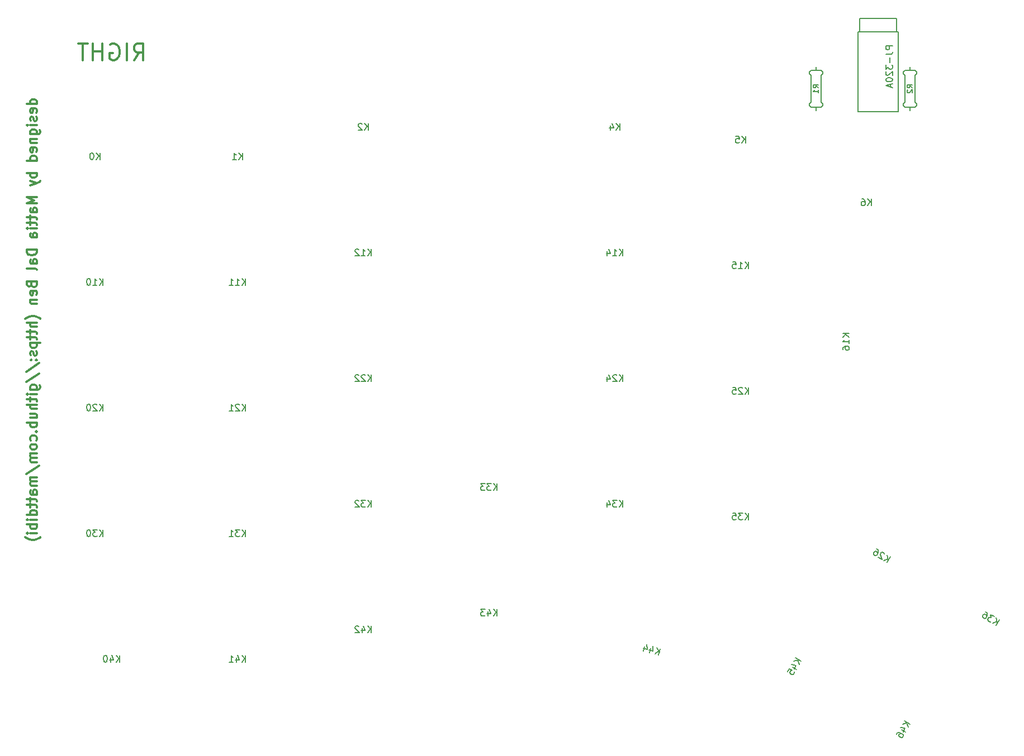
<source format=gbo>
G04 #@! TF.GenerationSoftware,KiCad,Pcbnew,(5.1.5)-3*
G04 #@! TF.CreationDate,2020-02-25T19:23:58+01:00*
G04 #@! TF.ProjectId,redox_rev1,7265646f-785f-4726-9576-312e6b696361,1.0*
G04 #@! TF.SameCoordinates,Original*
G04 #@! TF.FileFunction,Legend,Bot*
G04 #@! TF.FilePolarity,Positive*
%FSLAX46Y46*%
G04 Gerber Fmt 4.6, Leading zero omitted, Abs format (unit mm)*
G04 Created by KiCad (PCBNEW (5.1.5)-3) date 2020-02-25 19:23:58*
%MOMM*%
%LPD*%
G04 APERTURE LIST*
%ADD10C,0.300000*%
%ADD11C,0.150000*%
G04 APERTURE END LIST*
D10*
X82593571Y-61773714D02*
X81093571Y-61773714D01*
X82522142Y-61773714D02*
X82593571Y-61630857D01*
X82593571Y-61345142D01*
X82522142Y-61202285D01*
X82450714Y-61130857D01*
X82307857Y-61059428D01*
X81879285Y-61059428D01*
X81736428Y-61130857D01*
X81665000Y-61202285D01*
X81593571Y-61345142D01*
X81593571Y-61630857D01*
X81665000Y-61773714D01*
X82522142Y-63059428D02*
X82593571Y-62916571D01*
X82593571Y-62630857D01*
X82522142Y-62488000D01*
X82379285Y-62416571D01*
X81807857Y-62416571D01*
X81665000Y-62488000D01*
X81593571Y-62630857D01*
X81593571Y-62916571D01*
X81665000Y-63059428D01*
X81807857Y-63130857D01*
X81950714Y-63130857D01*
X82093571Y-62416571D01*
X82522142Y-63702285D02*
X82593571Y-63845142D01*
X82593571Y-64130857D01*
X82522142Y-64273714D01*
X82379285Y-64345142D01*
X82307857Y-64345142D01*
X82165000Y-64273714D01*
X82093571Y-64130857D01*
X82093571Y-63916571D01*
X82022142Y-63773714D01*
X81879285Y-63702285D01*
X81807857Y-63702285D01*
X81665000Y-63773714D01*
X81593571Y-63916571D01*
X81593571Y-64130857D01*
X81665000Y-64273714D01*
X82593571Y-64988000D02*
X81593571Y-64988000D01*
X81093571Y-64988000D02*
X81165000Y-64916571D01*
X81236428Y-64988000D01*
X81165000Y-65059428D01*
X81093571Y-64988000D01*
X81236428Y-64988000D01*
X81593571Y-66345142D02*
X82807857Y-66345142D01*
X82950714Y-66273714D01*
X83022142Y-66202285D01*
X83093571Y-66059428D01*
X83093571Y-65845142D01*
X83022142Y-65702285D01*
X82522142Y-66345142D02*
X82593571Y-66202285D01*
X82593571Y-65916571D01*
X82522142Y-65773714D01*
X82450714Y-65702285D01*
X82307857Y-65630857D01*
X81879285Y-65630857D01*
X81736428Y-65702285D01*
X81665000Y-65773714D01*
X81593571Y-65916571D01*
X81593571Y-66202285D01*
X81665000Y-66345142D01*
X81593571Y-67059428D02*
X82593571Y-67059428D01*
X81736428Y-67059428D02*
X81665000Y-67130857D01*
X81593571Y-67273714D01*
X81593571Y-67488000D01*
X81665000Y-67630857D01*
X81807857Y-67702285D01*
X82593571Y-67702285D01*
X82522142Y-68988000D02*
X82593571Y-68845142D01*
X82593571Y-68559428D01*
X82522142Y-68416571D01*
X82379285Y-68345142D01*
X81807857Y-68345142D01*
X81665000Y-68416571D01*
X81593571Y-68559428D01*
X81593571Y-68845142D01*
X81665000Y-68988000D01*
X81807857Y-69059428D01*
X81950714Y-69059428D01*
X82093571Y-68345142D01*
X82593571Y-70345142D02*
X81093571Y-70345142D01*
X82522142Y-70345142D02*
X82593571Y-70202285D01*
X82593571Y-69916571D01*
X82522142Y-69773714D01*
X82450714Y-69702285D01*
X82307857Y-69630857D01*
X81879285Y-69630857D01*
X81736428Y-69702285D01*
X81665000Y-69773714D01*
X81593571Y-69916571D01*
X81593571Y-70202285D01*
X81665000Y-70345142D01*
X82593571Y-72202285D02*
X81093571Y-72202285D01*
X81665000Y-72202285D02*
X81593571Y-72345142D01*
X81593571Y-72630857D01*
X81665000Y-72773714D01*
X81736428Y-72845142D01*
X81879285Y-72916571D01*
X82307857Y-72916571D01*
X82450714Y-72845142D01*
X82522142Y-72773714D01*
X82593571Y-72630857D01*
X82593571Y-72345142D01*
X82522142Y-72202285D01*
X81593571Y-73416571D02*
X82593571Y-73773714D01*
X81593571Y-74130857D02*
X82593571Y-73773714D01*
X82950714Y-73630857D01*
X83022142Y-73559428D01*
X83093571Y-73416571D01*
X82593571Y-75845142D02*
X81093571Y-75845142D01*
X82165000Y-76345142D01*
X81093571Y-76845142D01*
X82593571Y-76845142D01*
X82593571Y-78202285D02*
X81807857Y-78202285D01*
X81665000Y-78130857D01*
X81593571Y-77988000D01*
X81593571Y-77702285D01*
X81665000Y-77559428D01*
X82522142Y-78202285D02*
X82593571Y-78059428D01*
X82593571Y-77702285D01*
X82522142Y-77559428D01*
X82379285Y-77488000D01*
X82236428Y-77488000D01*
X82093571Y-77559428D01*
X82022142Y-77702285D01*
X82022142Y-78059428D01*
X81950714Y-78202285D01*
X81593571Y-78702285D02*
X81593571Y-79273714D01*
X81093571Y-78916571D02*
X82379285Y-78916571D01*
X82522142Y-78988000D01*
X82593571Y-79130857D01*
X82593571Y-79273714D01*
X81593571Y-79559428D02*
X81593571Y-80130857D01*
X81093571Y-79773714D02*
X82379285Y-79773714D01*
X82522142Y-79845142D01*
X82593571Y-79988000D01*
X82593571Y-80130857D01*
X82593571Y-80630857D02*
X81593571Y-80630857D01*
X81093571Y-80630857D02*
X81165000Y-80559428D01*
X81236428Y-80630857D01*
X81165000Y-80702285D01*
X81093571Y-80630857D01*
X81236428Y-80630857D01*
X82593571Y-81988000D02*
X81807857Y-81988000D01*
X81665000Y-81916571D01*
X81593571Y-81773714D01*
X81593571Y-81488000D01*
X81665000Y-81345142D01*
X82522142Y-81988000D02*
X82593571Y-81845142D01*
X82593571Y-81488000D01*
X82522142Y-81345142D01*
X82379285Y-81273714D01*
X82236428Y-81273714D01*
X82093571Y-81345142D01*
X82022142Y-81488000D01*
X82022142Y-81845142D01*
X81950714Y-81988000D01*
X82593571Y-83845142D02*
X81093571Y-83845142D01*
X81093571Y-84202285D01*
X81165000Y-84416571D01*
X81307857Y-84559428D01*
X81450714Y-84630857D01*
X81736428Y-84702285D01*
X81950714Y-84702285D01*
X82236428Y-84630857D01*
X82379285Y-84559428D01*
X82522142Y-84416571D01*
X82593571Y-84202285D01*
X82593571Y-83845142D01*
X82593571Y-85988000D02*
X81807857Y-85988000D01*
X81665000Y-85916571D01*
X81593571Y-85773714D01*
X81593571Y-85488000D01*
X81665000Y-85345142D01*
X82522142Y-85988000D02*
X82593571Y-85845142D01*
X82593571Y-85488000D01*
X82522142Y-85345142D01*
X82379285Y-85273714D01*
X82236428Y-85273714D01*
X82093571Y-85345142D01*
X82022142Y-85488000D01*
X82022142Y-85845142D01*
X81950714Y-85988000D01*
X82593571Y-86916571D02*
X82522142Y-86773714D01*
X82379285Y-86702285D01*
X81093571Y-86702285D01*
X81807857Y-89130857D02*
X81879285Y-89345142D01*
X81950714Y-89416571D01*
X82093571Y-89488000D01*
X82307857Y-89488000D01*
X82450714Y-89416571D01*
X82522142Y-89345142D01*
X82593571Y-89202285D01*
X82593571Y-88630857D01*
X81093571Y-88630857D01*
X81093571Y-89130857D01*
X81165000Y-89273714D01*
X81236428Y-89345142D01*
X81379285Y-89416571D01*
X81522142Y-89416571D01*
X81665000Y-89345142D01*
X81736428Y-89273714D01*
X81807857Y-89130857D01*
X81807857Y-88630857D01*
X82522142Y-90702285D02*
X82593571Y-90559428D01*
X82593571Y-90273714D01*
X82522142Y-90130857D01*
X82379285Y-90059428D01*
X81807857Y-90059428D01*
X81665000Y-90130857D01*
X81593571Y-90273714D01*
X81593571Y-90559428D01*
X81665000Y-90702285D01*
X81807857Y-90773714D01*
X81950714Y-90773714D01*
X82093571Y-90059428D01*
X81593571Y-91416571D02*
X82593571Y-91416571D01*
X81736428Y-91416571D02*
X81665000Y-91488000D01*
X81593571Y-91630857D01*
X81593571Y-91845142D01*
X81665000Y-91988000D01*
X81807857Y-92059428D01*
X82593571Y-92059428D01*
X83165000Y-94345142D02*
X83093571Y-94273714D01*
X82879285Y-94130857D01*
X82736428Y-94059428D01*
X82522142Y-93988000D01*
X82165000Y-93916571D01*
X81879285Y-93916571D01*
X81522142Y-93988000D01*
X81307857Y-94059428D01*
X81165000Y-94130857D01*
X80950714Y-94273714D01*
X80879285Y-94345142D01*
X82593571Y-94916571D02*
X81093571Y-94916571D01*
X82593571Y-95559428D02*
X81807857Y-95559428D01*
X81665000Y-95488000D01*
X81593571Y-95345142D01*
X81593571Y-95130857D01*
X81665000Y-94988000D01*
X81736428Y-94916571D01*
X81593571Y-96059428D02*
X81593571Y-96630857D01*
X81093571Y-96273714D02*
X82379285Y-96273714D01*
X82522142Y-96345142D01*
X82593571Y-96488000D01*
X82593571Y-96630857D01*
X81593571Y-96916571D02*
X81593571Y-97488000D01*
X81093571Y-97130857D02*
X82379285Y-97130857D01*
X82522142Y-97202285D01*
X82593571Y-97345142D01*
X82593571Y-97488000D01*
X81593571Y-97988000D02*
X83093571Y-97988000D01*
X81665000Y-97988000D02*
X81593571Y-98130857D01*
X81593571Y-98416571D01*
X81665000Y-98559428D01*
X81736428Y-98630857D01*
X81879285Y-98702285D01*
X82307857Y-98702285D01*
X82450714Y-98630857D01*
X82522142Y-98559428D01*
X82593571Y-98416571D01*
X82593571Y-98130857D01*
X82522142Y-97988000D01*
X82522142Y-99273714D02*
X82593571Y-99416571D01*
X82593571Y-99702285D01*
X82522142Y-99845142D01*
X82379285Y-99916571D01*
X82307857Y-99916571D01*
X82165000Y-99845142D01*
X82093571Y-99702285D01*
X82093571Y-99488000D01*
X82022142Y-99345142D01*
X81879285Y-99273714D01*
X81807857Y-99273714D01*
X81665000Y-99345142D01*
X81593571Y-99488000D01*
X81593571Y-99702285D01*
X81665000Y-99845142D01*
X82450714Y-100559428D02*
X82522142Y-100630857D01*
X82593571Y-100559428D01*
X82522142Y-100488000D01*
X82450714Y-100559428D01*
X82593571Y-100559428D01*
X81665000Y-100559428D02*
X81736428Y-100630857D01*
X81807857Y-100559428D01*
X81736428Y-100488000D01*
X81665000Y-100559428D01*
X81807857Y-100559428D01*
X81022142Y-102345142D02*
X82950714Y-101059428D01*
X81022142Y-103916571D02*
X82950714Y-102630857D01*
X81593571Y-105059428D02*
X82807857Y-105059428D01*
X82950714Y-104988000D01*
X83022142Y-104916571D01*
X83093571Y-104773714D01*
X83093571Y-104559428D01*
X83022142Y-104416571D01*
X82522142Y-105059428D02*
X82593571Y-104916571D01*
X82593571Y-104630857D01*
X82522142Y-104488000D01*
X82450714Y-104416571D01*
X82307857Y-104345142D01*
X81879285Y-104345142D01*
X81736428Y-104416571D01*
X81665000Y-104488000D01*
X81593571Y-104630857D01*
X81593571Y-104916571D01*
X81665000Y-105059428D01*
X82593571Y-105773714D02*
X81593571Y-105773714D01*
X81093571Y-105773714D02*
X81165000Y-105702285D01*
X81236428Y-105773714D01*
X81165000Y-105845142D01*
X81093571Y-105773714D01*
X81236428Y-105773714D01*
X81593571Y-106273714D02*
X81593571Y-106845142D01*
X81093571Y-106488000D02*
X82379285Y-106488000D01*
X82522142Y-106559428D01*
X82593571Y-106702285D01*
X82593571Y-106845142D01*
X82593571Y-107345142D02*
X81093571Y-107345142D01*
X82593571Y-107988000D02*
X81807857Y-107988000D01*
X81665000Y-107916571D01*
X81593571Y-107773714D01*
X81593571Y-107559428D01*
X81665000Y-107416571D01*
X81736428Y-107345142D01*
X81593571Y-109345142D02*
X82593571Y-109345142D01*
X81593571Y-108702285D02*
X82379285Y-108702285D01*
X82522142Y-108773714D01*
X82593571Y-108916571D01*
X82593571Y-109130857D01*
X82522142Y-109273714D01*
X82450714Y-109345142D01*
X82593571Y-110059428D02*
X81093571Y-110059428D01*
X81665000Y-110059428D02*
X81593571Y-110202285D01*
X81593571Y-110488000D01*
X81665000Y-110630857D01*
X81736428Y-110702285D01*
X81879285Y-110773714D01*
X82307857Y-110773714D01*
X82450714Y-110702285D01*
X82522142Y-110630857D01*
X82593571Y-110488000D01*
X82593571Y-110202285D01*
X82522142Y-110059428D01*
X82450714Y-111416571D02*
X82522142Y-111488000D01*
X82593571Y-111416571D01*
X82522142Y-111345142D01*
X82450714Y-111416571D01*
X82593571Y-111416571D01*
X82522142Y-112773714D02*
X82593571Y-112630857D01*
X82593571Y-112345142D01*
X82522142Y-112202285D01*
X82450714Y-112130857D01*
X82307857Y-112059428D01*
X81879285Y-112059428D01*
X81736428Y-112130857D01*
X81665000Y-112202285D01*
X81593571Y-112345142D01*
X81593571Y-112630857D01*
X81665000Y-112773714D01*
X82593571Y-113630857D02*
X82522142Y-113488000D01*
X82450714Y-113416571D01*
X82307857Y-113345142D01*
X81879285Y-113345142D01*
X81736428Y-113416571D01*
X81665000Y-113488000D01*
X81593571Y-113630857D01*
X81593571Y-113845142D01*
X81665000Y-113988000D01*
X81736428Y-114059428D01*
X81879285Y-114130857D01*
X82307857Y-114130857D01*
X82450714Y-114059428D01*
X82522142Y-113988000D01*
X82593571Y-113845142D01*
X82593571Y-113630857D01*
X82593571Y-114773714D02*
X81593571Y-114773714D01*
X81736428Y-114773714D02*
X81665000Y-114845142D01*
X81593571Y-114988000D01*
X81593571Y-115202285D01*
X81665000Y-115345142D01*
X81807857Y-115416571D01*
X82593571Y-115416571D01*
X81807857Y-115416571D02*
X81665000Y-115488000D01*
X81593571Y-115630857D01*
X81593571Y-115845142D01*
X81665000Y-115988000D01*
X81807857Y-116059428D01*
X82593571Y-116059428D01*
X81022142Y-117845142D02*
X82950714Y-116559428D01*
X82593571Y-118345142D02*
X81593571Y-118345142D01*
X81736428Y-118345142D02*
X81665000Y-118416571D01*
X81593571Y-118559428D01*
X81593571Y-118773714D01*
X81665000Y-118916571D01*
X81807857Y-118988000D01*
X82593571Y-118988000D01*
X81807857Y-118988000D02*
X81665000Y-119059428D01*
X81593571Y-119202285D01*
X81593571Y-119416571D01*
X81665000Y-119559428D01*
X81807857Y-119630857D01*
X82593571Y-119630857D01*
X82593571Y-120988000D02*
X81807857Y-120988000D01*
X81665000Y-120916571D01*
X81593571Y-120773714D01*
X81593571Y-120488000D01*
X81665000Y-120345142D01*
X82522142Y-120988000D02*
X82593571Y-120845142D01*
X82593571Y-120488000D01*
X82522142Y-120345142D01*
X82379285Y-120273714D01*
X82236428Y-120273714D01*
X82093571Y-120345142D01*
X82022142Y-120488000D01*
X82022142Y-120845142D01*
X81950714Y-120988000D01*
X81593571Y-121488000D02*
X81593571Y-122059428D01*
X81093571Y-121702285D02*
X82379285Y-121702285D01*
X82522142Y-121773714D01*
X82593571Y-121916571D01*
X82593571Y-122059428D01*
X81593571Y-122345142D02*
X81593571Y-122916571D01*
X81093571Y-122559428D02*
X82379285Y-122559428D01*
X82522142Y-122630857D01*
X82593571Y-122773714D01*
X82593571Y-122916571D01*
X82593571Y-124059428D02*
X81093571Y-124059428D01*
X82522142Y-124059428D02*
X82593571Y-123916571D01*
X82593571Y-123630857D01*
X82522142Y-123488000D01*
X82450714Y-123416571D01*
X82307857Y-123345142D01*
X81879285Y-123345142D01*
X81736428Y-123416571D01*
X81665000Y-123488000D01*
X81593571Y-123630857D01*
X81593571Y-123916571D01*
X81665000Y-124059428D01*
X82593571Y-124773714D02*
X81593571Y-124773714D01*
X81093571Y-124773714D02*
X81165000Y-124702285D01*
X81236428Y-124773714D01*
X81165000Y-124845142D01*
X81093571Y-124773714D01*
X81236428Y-124773714D01*
X82593571Y-125488000D02*
X81093571Y-125488000D01*
X81665000Y-125488000D02*
X81593571Y-125630857D01*
X81593571Y-125916571D01*
X81665000Y-126059428D01*
X81736428Y-126130857D01*
X81879285Y-126202285D01*
X82307857Y-126202285D01*
X82450714Y-126130857D01*
X82522142Y-126059428D01*
X82593571Y-125916571D01*
X82593571Y-125630857D01*
X82522142Y-125488000D01*
X82593571Y-126845142D02*
X81593571Y-126845142D01*
X81093571Y-126845142D02*
X81165000Y-126773714D01*
X81236428Y-126845142D01*
X81165000Y-126916571D01*
X81093571Y-126845142D01*
X81236428Y-126845142D01*
X83165000Y-127416571D02*
X83093571Y-127488000D01*
X82879285Y-127630857D01*
X82736428Y-127702285D01*
X82522142Y-127773714D01*
X82165000Y-127845142D01*
X81879285Y-127845142D01*
X81522142Y-127773714D01*
X81307857Y-127702285D01*
X81165000Y-127630857D01*
X80950714Y-127488000D01*
X80879285Y-127416571D01*
X97313333Y-55105952D02*
X98146666Y-53915476D01*
X98741904Y-55105952D02*
X98741904Y-52605952D01*
X97789523Y-52605952D01*
X97551428Y-52725000D01*
X97432380Y-52844047D01*
X97313333Y-53082142D01*
X97313333Y-53439285D01*
X97432380Y-53677380D01*
X97551428Y-53796428D01*
X97789523Y-53915476D01*
X98741904Y-53915476D01*
X96241904Y-55105952D02*
X96241904Y-52605952D01*
X93741904Y-52725000D02*
X93980000Y-52605952D01*
X94337142Y-52605952D01*
X94694285Y-52725000D01*
X94932380Y-52963095D01*
X95051428Y-53201190D01*
X95170476Y-53677380D01*
X95170476Y-54034523D01*
X95051428Y-54510714D01*
X94932380Y-54748809D01*
X94694285Y-54986904D01*
X94337142Y-55105952D01*
X94099047Y-55105952D01*
X93741904Y-54986904D01*
X93622857Y-54867857D01*
X93622857Y-54034523D01*
X94099047Y-54034523D01*
X92551428Y-55105952D02*
X92551428Y-52605952D01*
X92551428Y-53796428D02*
X91122857Y-53796428D01*
X91122857Y-55105952D02*
X91122857Y-52605952D01*
X90289523Y-52605952D02*
X88860952Y-52605952D01*
X89575238Y-55105952D02*
X89575238Y-52605952D01*
D11*
X200660000Y-56642000D02*
X200660000Y-56134000D01*
X201422000Y-62230000D02*
X200660000Y-62230000D01*
X201676000Y-61976000D02*
X201422000Y-62230000D01*
X201676000Y-61722000D02*
X201676000Y-61976000D01*
X201422000Y-61468000D02*
X201676000Y-61722000D01*
X201422000Y-57404000D02*
X201422000Y-61468000D01*
X201676000Y-57150000D02*
X201422000Y-57404000D01*
X201676000Y-56896000D02*
X201676000Y-57150000D01*
X201422000Y-56642000D02*
X201676000Y-56896000D01*
X199898000Y-56642000D02*
X201422000Y-56642000D01*
X199644000Y-56896000D02*
X199898000Y-56642000D01*
X199644000Y-57150000D02*
X199644000Y-56896000D01*
X199898000Y-57404000D02*
X199644000Y-57150000D01*
X199898000Y-61468000D02*
X199898000Y-57404000D01*
X199644000Y-61722000D02*
X199898000Y-61468000D01*
X199644000Y-61976000D02*
X199644000Y-61722000D01*
X199898000Y-62230000D02*
X199644000Y-61976000D01*
X200660000Y-62230000D02*
X199898000Y-62230000D01*
X200660000Y-62738000D02*
X200660000Y-62230000D01*
X214884000Y-56642000D02*
X214884000Y-56134000D01*
X215646000Y-62230000D02*
X214884000Y-62230000D01*
X215900000Y-61976000D02*
X215646000Y-62230000D01*
X215900000Y-61722000D02*
X215900000Y-61976000D01*
X215646000Y-61468000D02*
X215900000Y-61722000D01*
X215646000Y-57404000D02*
X215646000Y-61468000D01*
X215900000Y-57150000D02*
X215646000Y-57404000D01*
X215900000Y-56896000D02*
X215900000Y-57150000D01*
X215646000Y-56642000D02*
X215900000Y-56896000D01*
X214122000Y-56642000D02*
X215646000Y-56642000D01*
X213868000Y-56896000D02*
X214122000Y-56642000D01*
X213868000Y-57150000D02*
X213868000Y-56896000D01*
X214122000Y-57404000D02*
X213868000Y-57150000D01*
X214122000Y-61468000D02*
X214122000Y-57404000D01*
X213868000Y-61722000D02*
X214122000Y-61468000D01*
X213868000Y-61976000D02*
X213868000Y-61722000D01*
X214122000Y-62230000D02*
X213868000Y-61976000D01*
X214884000Y-62230000D02*
X214122000Y-62230000D01*
X214884000Y-62738000D02*
X214884000Y-62230000D01*
X212872000Y-50800000D02*
X212872000Y-48800000D01*
X207272000Y-48800000D02*
X212872000Y-48800000D01*
X207272000Y-50800000D02*
X207272000Y-48800000D01*
X207022000Y-62900000D02*
X213122000Y-62900000D01*
X213122000Y-50800000D02*
X213122000Y-62900000D01*
X207022000Y-50800000D02*
X213122000Y-50800000D01*
X207022000Y-50800000D02*
X207022000Y-62900000D01*
X92654285Y-89225380D02*
X92654285Y-88225380D01*
X92082857Y-89225380D02*
X92511428Y-88653952D01*
X92082857Y-88225380D02*
X92654285Y-88796809D01*
X91130476Y-89225380D02*
X91701904Y-89225380D01*
X91416190Y-89225380D02*
X91416190Y-88225380D01*
X91511428Y-88368238D01*
X91606666Y-88463476D01*
X91701904Y-88511095D01*
X90511428Y-88225380D02*
X90416190Y-88225380D01*
X90320952Y-88273000D01*
X90273333Y-88320619D01*
X90225714Y-88415857D01*
X90178095Y-88606333D01*
X90178095Y-88844428D01*
X90225714Y-89034904D01*
X90273333Y-89130142D01*
X90320952Y-89177761D01*
X90416190Y-89225380D01*
X90511428Y-89225380D01*
X90606666Y-89177761D01*
X90654285Y-89130142D01*
X90701904Y-89034904D01*
X90749523Y-88844428D01*
X90749523Y-88606333D01*
X90701904Y-88415857D01*
X90654285Y-88320619D01*
X90606666Y-88273000D01*
X90511428Y-88225380D01*
X114244285Y-127325380D02*
X114244285Y-126325380D01*
X113672857Y-127325380D02*
X114101428Y-126753952D01*
X113672857Y-126325380D02*
X114244285Y-126896809D01*
X113339523Y-126325380D02*
X112720476Y-126325380D01*
X113053809Y-126706333D01*
X112910952Y-126706333D01*
X112815714Y-126753952D01*
X112768095Y-126801571D01*
X112720476Y-126896809D01*
X112720476Y-127134904D01*
X112768095Y-127230142D01*
X112815714Y-127277761D01*
X112910952Y-127325380D01*
X113196666Y-127325380D01*
X113291904Y-127277761D01*
X113339523Y-127230142D01*
X111768095Y-127325380D02*
X112339523Y-127325380D01*
X112053809Y-127325380D02*
X112053809Y-126325380D01*
X112149047Y-126468238D01*
X112244285Y-126563476D01*
X112339523Y-126611095D01*
X113768095Y-70175380D02*
X113768095Y-69175380D01*
X113196666Y-70175380D02*
X113625238Y-69603952D01*
X113196666Y-69175380D02*
X113768095Y-69746809D01*
X112244285Y-70175380D02*
X112815714Y-70175380D01*
X112530000Y-70175380D02*
X112530000Y-69175380D01*
X112625238Y-69318238D01*
X112720476Y-69413476D01*
X112815714Y-69461095D01*
X92178095Y-70175380D02*
X92178095Y-69175380D01*
X91606666Y-70175380D02*
X92035238Y-69603952D01*
X91606666Y-69175380D02*
X92178095Y-69746809D01*
X90987619Y-69175380D02*
X90892380Y-69175380D01*
X90797142Y-69223000D01*
X90749523Y-69270619D01*
X90701904Y-69365857D01*
X90654285Y-69556333D01*
X90654285Y-69794428D01*
X90701904Y-69984904D01*
X90749523Y-70080142D01*
X90797142Y-70127761D01*
X90892380Y-70175380D01*
X90987619Y-70175380D01*
X91082857Y-70127761D01*
X91130476Y-70080142D01*
X91178095Y-69984904D01*
X91225714Y-69794428D01*
X91225714Y-69556333D01*
X91178095Y-69365857D01*
X91130476Y-69270619D01*
X91082857Y-69223000D01*
X90987619Y-69175380D01*
X133294285Y-84780380D02*
X133294285Y-83780380D01*
X132722857Y-84780380D02*
X133151428Y-84208952D01*
X132722857Y-83780380D02*
X133294285Y-84351809D01*
X131770476Y-84780380D02*
X132341904Y-84780380D01*
X132056190Y-84780380D02*
X132056190Y-83780380D01*
X132151428Y-83923238D01*
X132246666Y-84018476D01*
X132341904Y-84066095D01*
X131389523Y-83875619D02*
X131341904Y-83828000D01*
X131246666Y-83780380D01*
X131008571Y-83780380D01*
X130913333Y-83828000D01*
X130865714Y-83875619D01*
X130818095Y-83970857D01*
X130818095Y-84066095D01*
X130865714Y-84208952D01*
X131437142Y-84780380D01*
X130818095Y-84780380D01*
X133294285Y-122880380D02*
X133294285Y-121880380D01*
X132722857Y-122880380D02*
X133151428Y-122308952D01*
X132722857Y-121880380D02*
X133294285Y-122451809D01*
X132389523Y-121880380D02*
X131770476Y-121880380D01*
X132103809Y-122261333D01*
X131960952Y-122261333D01*
X131865714Y-122308952D01*
X131818095Y-122356571D01*
X131770476Y-122451809D01*
X131770476Y-122689904D01*
X131818095Y-122785142D01*
X131865714Y-122832761D01*
X131960952Y-122880380D01*
X132246666Y-122880380D01*
X132341904Y-122832761D01*
X132389523Y-122785142D01*
X131389523Y-121975619D02*
X131341904Y-121928000D01*
X131246666Y-121880380D01*
X131008571Y-121880380D01*
X130913333Y-121928000D01*
X130865714Y-121975619D01*
X130818095Y-122070857D01*
X130818095Y-122166095D01*
X130865714Y-122308952D01*
X131437142Y-122880380D01*
X130818095Y-122880380D01*
X132818095Y-65730380D02*
X132818095Y-64730380D01*
X132246666Y-65730380D02*
X132675238Y-65158952D01*
X132246666Y-64730380D02*
X132818095Y-65301809D01*
X131865714Y-64825619D02*
X131818095Y-64778000D01*
X131722857Y-64730380D01*
X131484761Y-64730380D01*
X131389523Y-64778000D01*
X131341904Y-64825619D01*
X131294285Y-64920857D01*
X131294285Y-65016095D01*
X131341904Y-65158952D01*
X131913333Y-65730380D01*
X131294285Y-65730380D01*
X170918095Y-65730380D02*
X170918095Y-64730380D01*
X170346666Y-65730380D02*
X170775238Y-65158952D01*
X170346666Y-64730380D02*
X170918095Y-65301809D01*
X169489523Y-65063714D02*
X169489523Y-65730380D01*
X169727619Y-64682761D02*
X169965714Y-65397047D01*
X169346666Y-65397047D01*
X189968095Y-67635380D02*
X189968095Y-66635380D01*
X189396666Y-67635380D02*
X189825238Y-67063952D01*
X189396666Y-66635380D02*
X189968095Y-67206809D01*
X188491904Y-66635380D02*
X188968095Y-66635380D01*
X189015714Y-67111571D01*
X188968095Y-67063952D01*
X188872857Y-67016333D01*
X188634761Y-67016333D01*
X188539523Y-67063952D01*
X188491904Y-67111571D01*
X188444285Y-67206809D01*
X188444285Y-67444904D01*
X188491904Y-67540142D01*
X188539523Y-67587761D01*
X188634761Y-67635380D01*
X188872857Y-67635380D01*
X188968095Y-67587761D01*
X189015714Y-67540142D01*
X209018095Y-77160380D02*
X209018095Y-76160380D01*
X208446666Y-77160380D02*
X208875238Y-76588952D01*
X208446666Y-76160380D02*
X209018095Y-76731809D01*
X207589523Y-76160380D02*
X207780000Y-76160380D01*
X207875238Y-76208000D01*
X207922857Y-76255619D01*
X208018095Y-76398476D01*
X208065714Y-76588952D01*
X208065714Y-76969904D01*
X208018095Y-77065142D01*
X207970476Y-77112761D01*
X207875238Y-77160380D01*
X207684761Y-77160380D01*
X207589523Y-77112761D01*
X207541904Y-77065142D01*
X207494285Y-76969904D01*
X207494285Y-76731809D01*
X207541904Y-76636571D01*
X207589523Y-76588952D01*
X207684761Y-76541333D01*
X207875238Y-76541333D01*
X207970476Y-76588952D01*
X208018095Y-76636571D01*
X208065714Y-76731809D01*
X114244285Y-89225380D02*
X114244285Y-88225380D01*
X113672857Y-89225380D02*
X114101428Y-88653952D01*
X113672857Y-88225380D02*
X114244285Y-88796809D01*
X112720476Y-89225380D02*
X113291904Y-89225380D01*
X113006190Y-89225380D02*
X113006190Y-88225380D01*
X113101428Y-88368238D01*
X113196666Y-88463476D01*
X113291904Y-88511095D01*
X111768095Y-89225380D02*
X112339523Y-89225380D01*
X112053809Y-89225380D02*
X112053809Y-88225380D01*
X112149047Y-88368238D01*
X112244285Y-88463476D01*
X112339523Y-88511095D01*
X171394285Y-84780380D02*
X171394285Y-83780380D01*
X170822857Y-84780380D02*
X171251428Y-84208952D01*
X170822857Y-83780380D02*
X171394285Y-84351809D01*
X169870476Y-84780380D02*
X170441904Y-84780380D01*
X170156190Y-84780380D02*
X170156190Y-83780380D01*
X170251428Y-83923238D01*
X170346666Y-84018476D01*
X170441904Y-84066095D01*
X169013333Y-84113714D02*
X169013333Y-84780380D01*
X169251428Y-83732761D02*
X169489523Y-84447047D01*
X168870476Y-84447047D01*
X190444285Y-86685380D02*
X190444285Y-85685380D01*
X189872857Y-86685380D02*
X190301428Y-86113952D01*
X189872857Y-85685380D02*
X190444285Y-86256809D01*
X188920476Y-86685380D02*
X189491904Y-86685380D01*
X189206190Y-86685380D02*
X189206190Y-85685380D01*
X189301428Y-85828238D01*
X189396666Y-85923476D01*
X189491904Y-85971095D01*
X188015714Y-85685380D02*
X188491904Y-85685380D01*
X188539523Y-86161571D01*
X188491904Y-86113952D01*
X188396666Y-86066333D01*
X188158571Y-86066333D01*
X188063333Y-86113952D01*
X188015714Y-86161571D01*
X187968095Y-86256809D01*
X187968095Y-86494904D01*
X188015714Y-86590142D01*
X188063333Y-86637761D01*
X188158571Y-86685380D01*
X188396666Y-86685380D01*
X188491904Y-86637761D01*
X188539523Y-86590142D01*
X205684380Y-96575714D02*
X204684380Y-96575714D01*
X205684380Y-97147142D02*
X205112952Y-96718571D01*
X204684380Y-97147142D02*
X205255809Y-96575714D01*
X205684380Y-98099523D02*
X205684380Y-97528095D01*
X205684380Y-97813809D02*
X204684380Y-97813809D01*
X204827238Y-97718571D01*
X204922476Y-97623333D01*
X204970095Y-97528095D01*
X204684380Y-98956666D02*
X204684380Y-98766190D01*
X204732000Y-98670952D01*
X204779619Y-98623333D01*
X204922476Y-98528095D01*
X205112952Y-98480476D01*
X205493904Y-98480476D01*
X205589142Y-98528095D01*
X205636761Y-98575714D01*
X205684380Y-98670952D01*
X205684380Y-98861428D01*
X205636761Y-98956666D01*
X205589142Y-99004285D01*
X205493904Y-99051904D01*
X205255809Y-99051904D01*
X205160571Y-99004285D01*
X205112952Y-98956666D01*
X205065333Y-98861428D01*
X205065333Y-98670952D01*
X205112952Y-98575714D01*
X205160571Y-98528095D01*
X205255809Y-98480476D01*
X92654285Y-108275380D02*
X92654285Y-107275380D01*
X92082857Y-108275380D02*
X92511428Y-107703952D01*
X92082857Y-107275380D02*
X92654285Y-107846809D01*
X91701904Y-107370619D02*
X91654285Y-107323000D01*
X91559047Y-107275380D01*
X91320952Y-107275380D01*
X91225714Y-107323000D01*
X91178095Y-107370619D01*
X91130476Y-107465857D01*
X91130476Y-107561095D01*
X91178095Y-107703952D01*
X91749523Y-108275380D01*
X91130476Y-108275380D01*
X90511428Y-107275380D02*
X90416190Y-107275380D01*
X90320952Y-107323000D01*
X90273333Y-107370619D01*
X90225714Y-107465857D01*
X90178095Y-107656333D01*
X90178095Y-107894428D01*
X90225714Y-108084904D01*
X90273333Y-108180142D01*
X90320952Y-108227761D01*
X90416190Y-108275380D01*
X90511428Y-108275380D01*
X90606666Y-108227761D01*
X90654285Y-108180142D01*
X90701904Y-108084904D01*
X90749523Y-107894428D01*
X90749523Y-107656333D01*
X90701904Y-107465857D01*
X90654285Y-107370619D01*
X90606666Y-107323000D01*
X90511428Y-107275380D01*
X114244285Y-108275380D02*
X114244285Y-107275380D01*
X113672857Y-108275380D02*
X114101428Y-107703952D01*
X113672857Y-107275380D02*
X114244285Y-107846809D01*
X113291904Y-107370619D02*
X113244285Y-107323000D01*
X113149047Y-107275380D01*
X112910952Y-107275380D01*
X112815714Y-107323000D01*
X112768095Y-107370619D01*
X112720476Y-107465857D01*
X112720476Y-107561095D01*
X112768095Y-107703952D01*
X113339523Y-108275380D01*
X112720476Y-108275380D01*
X111768095Y-108275380D02*
X112339523Y-108275380D01*
X112053809Y-108275380D02*
X112053809Y-107275380D01*
X112149047Y-107418238D01*
X112244285Y-107513476D01*
X112339523Y-107561095D01*
X133294285Y-103830380D02*
X133294285Y-102830380D01*
X132722857Y-103830380D02*
X133151428Y-103258952D01*
X132722857Y-102830380D02*
X133294285Y-103401809D01*
X132341904Y-102925619D02*
X132294285Y-102878000D01*
X132199047Y-102830380D01*
X131960952Y-102830380D01*
X131865714Y-102878000D01*
X131818095Y-102925619D01*
X131770476Y-103020857D01*
X131770476Y-103116095D01*
X131818095Y-103258952D01*
X132389523Y-103830380D01*
X131770476Y-103830380D01*
X131389523Y-102925619D02*
X131341904Y-102878000D01*
X131246666Y-102830380D01*
X131008571Y-102830380D01*
X130913333Y-102878000D01*
X130865714Y-102925619D01*
X130818095Y-103020857D01*
X130818095Y-103116095D01*
X130865714Y-103258952D01*
X131437142Y-103830380D01*
X130818095Y-103830380D01*
X171394285Y-103830380D02*
X171394285Y-102830380D01*
X170822857Y-103830380D02*
X171251428Y-103258952D01*
X170822857Y-102830380D02*
X171394285Y-103401809D01*
X170441904Y-102925619D02*
X170394285Y-102878000D01*
X170299047Y-102830380D01*
X170060952Y-102830380D01*
X169965714Y-102878000D01*
X169918095Y-102925619D01*
X169870476Y-103020857D01*
X169870476Y-103116095D01*
X169918095Y-103258952D01*
X170489523Y-103830380D01*
X169870476Y-103830380D01*
X169013333Y-103163714D02*
X169013333Y-103830380D01*
X169251428Y-102782761D02*
X169489523Y-103497047D01*
X168870476Y-103497047D01*
X190444285Y-105735380D02*
X190444285Y-104735380D01*
X189872857Y-105735380D02*
X190301428Y-105163952D01*
X189872857Y-104735380D02*
X190444285Y-105306809D01*
X189491904Y-104830619D02*
X189444285Y-104783000D01*
X189349047Y-104735380D01*
X189110952Y-104735380D01*
X189015714Y-104783000D01*
X188968095Y-104830619D01*
X188920476Y-104925857D01*
X188920476Y-105021095D01*
X188968095Y-105163952D01*
X189539523Y-105735380D01*
X188920476Y-105735380D01*
X188015714Y-104735380D02*
X188491904Y-104735380D01*
X188539523Y-105211571D01*
X188491904Y-105163952D01*
X188396666Y-105116333D01*
X188158571Y-105116333D01*
X188063333Y-105163952D01*
X188015714Y-105211571D01*
X187968095Y-105306809D01*
X187968095Y-105544904D01*
X188015714Y-105640142D01*
X188063333Y-105687761D01*
X188158571Y-105735380D01*
X188396666Y-105735380D01*
X188491904Y-105687761D01*
X188539523Y-105640142D01*
X211391411Y-131273561D02*
X211891411Y-130407535D01*
X210896540Y-130987846D02*
X211553408Y-130707261D01*
X211396540Y-130121821D02*
X211605697Y-130902407D01*
X211019006Y-130013823D02*
X211001576Y-129948775D01*
X210942907Y-129859916D01*
X210736711Y-129740869D01*
X210630423Y-129734489D01*
X210565374Y-129751919D01*
X210476515Y-129810588D01*
X210428896Y-129893066D01*
X210398707Y-130040594D01*
X210607865Y-130821180D01*
X210071754Y-130511656D01*
X209829446Y-129217059D02*
X209994403Y-129312297D01*
X210053072Y-129401156D01*
X210070502Y-129466204D01*
X210081552Y-129637541D01*
X210027553Y-129826308D01*
X209837077Y-130156223D01*
X209748219Y-130214892D01*
X209683170Y-130232321D01*
X209576882Y-130225942D01*
X209411925Y-130130704D01*
X209353256Y-130041845D01*
X209335826Y-129976796D01*
X209342206Y-129870508D01*
X209461253Y-129664312D01*
X209550112Y-129605643D01*
X209615160Y-129588213D01*
X209721448Y-129594593D01*
X209886406Y-129689831D01*
X209945075Y-129778689D01*
X209962505Y-129843738D01*
X209956125Y-129950026D01*
X92654285Y-127325380D02*
X92654285Y-126325380D01*
X92082857Y-127325380D02*
X92511428Y-126753952D01*
X92082857Y-126325380D02*
X92654285Y-126896809D01*
X91749523Y-126325380D02*
X91130476Y-126325380D01*
X91463809Y-126706333D01*
X91320952Y-126706333D01*
X91225714Y-126753952D01*
X91178095Y-126801571D01*
X91130476Y-126896809D01*
X91130476Y-127134904D01*
X91178095Y-127230142D01*
X91225714Y-127277761D01*
X91320952Y-127325380D01*
X91606666Y-127325380D01*
X91701904Y-127277761D01*
X91749523Y-127230142D01*
X90511428Y-126325380D02*
X90416190Y-126325380D01*
X90320952Y-126373000D01*
X90273333Y-126420619D01*
X90225714Y-126515857D01*
X90178095Y-126706333D01*
X90178095Y-126944428D01*
X90225714Y-127134904D01*
X90273333Y-127230142D01*
X90320952Y-127277761D01*
X90416190Y-127325380D01*
X90511428Y-127325380D01*
X90606666Y-127277761D01*
X90654285Y-127230142D01*
X90701904Y-127134904D01*
X90749523Y-126944428D01*
X90749523Y-126706333D01*
X90701904Y-126515857D01*
X90654285Y-126420619D01*
X90606666Y-126373000D01*
X90511428Y-126325380D01*
X152344285Y-120340380D02*
X152344285Y-119340380D01*
X151772857Y-120340380D02*
X152201428Y-119768952D01*
X151772857Y-119340380D02*
X152344285Y-119911809D01*
X151439523Y-119340380D02*
X150820476Y-119340380D01*
X151153809Y-119721333D01*
X151010952Y-119721333D01*
X150915714Y-119768952D01*
X150868095Y-119816571D01*
X150820476Y-119911809D01*
X150820476Y-120149904D01*
X150868095Y-120245142D01*
X150915714Y-120292761D01*
X151010952Y-120340380D01*
X151296666Y-120340380D01*
X151391904Y-120292761D01*
X151439523Y-120245142D01*
X150487142Y-119340380D02*
X149868095Y-119340380D01*
X150201428Y-119721333D01*
X150058571Y-119721333D01*
X149963333Y-119768952D01*
X149915714Y-119816571D01*
X149868095Y-119911809D01*
X149868095Y-120149904D01*
X149915714Y-120245142D01*
X149963333Y-120292761D01*
X150058571Y-120340380D01*
X150344285Y-120340380D01*
X150439523Y-120292761D01*
X150487142Y-120245142D01*
X171394285Y-122880380D02*
X171394285Y-121880380D01*
X170822857Y-122880380D02*
X171251428Y-122308952D01*
X170822857Y-121880380D02*
X171394285Y-122451809D01*
X170489523Y-121880380D02*
X169870476Y-121880380D01*
X170203809Y-122261333D01*
X170060952Y-122261333D01*
X169965714Y-122308952D01*
X169918095Y-122356571D01*
X169870476Y-122451809D01*
X169870476Y-122689904D01*
X169918095Y-122785142D01*
X169965714Y-122832761D01*
X170060952Y-122880380D01*
X170346666Y-122880380D01*
X170441904Y-122832761D01*
X170489523Y-122785142D01*
X169013333Y-122213714D02*
X169013333Y-122880380D01*
X169251428Y-121832761D02*
X169489523Y-122547047D01*
X168870476Y-122547047D01*
X190444285Y-124785380D02*
X190444285Y-123785380D01*
X189872857Y-124785380D02*
X190301428Y-124213952D01*
X189872857Y-123785380D02*
X190444285Y-124356809D01*
X189539523Y-123785380D02*
X188920476Y-123785380D01*
X189253809Y-124166333D01*
X189110952Y-124166333D01*
X189015714Y-124213952D01*
X188968095Y-124261571D01*
X188920476Y-124356809D01*
X188920476Y-124594904D01*
X188968095Y-124690142D01*
X189015714Y-124737761D01*
X189110952Y-124785380D01*
X189396666Y-124785380D01*
X189491904Y-124737761D01*
X189539523Y-124690142D01*
X188015714Y-123785380D02*
X188491904Y-123785380D01*
X188539523Y-124261571D01*
X188491904Y-124213952D01*
X188396666Y-124166333D01*
X188158571Y-124166333D01*
X188063333Y-124213952D01*
X188015714Y-124261571D01*
X187968095Y-124356809D01*
X187968095Y-124594904D01*
X188015714Y-124690142D01*
X188063333Y-124737761D01*
X188158571Y-124785380D01*
X188396666Y-124785380D01*
X188491904Y-124737761D01*
X188539523Y-124690142D01*
X227901411Y-140798561D02*
X228401411Y-139932535D01*
X227406540Y-140512846D02*
X228063408Y-140232261D01*
X227906540Y-139646821D02*
X228115697Y-140427407D01*
X227617865Y-139480154D02*
X227081754Y-139170631D01*
X227179952Y-139667212D01*
X227056235Y-139595783D01*
X226949946Y-139589403D01*
X226884898Y-139606833D01*
X226796039Y-139665502D01*
X226676992Y-139871699D01*
X226670612Y-139977987D01*
X226688042Y-140043036D01*
X226746711Y-140131894D01*
X226994147Y-140274751D01*
X227100435Y-140281131D01*
X227165484Y-140263701D01*
X226339446Y-138742059D02*
X226504403Y-138837297D01*
X226563072Y-138926156D01*
X226580502Y-138991204D01*
X226591552Y-139162541D01*
X226537553Y-139351308D01*
X226347077Y-139681223D01*
X226258219Y-139739892D01*
X226193170Y-139757321D01*
X226086882Y-139750942D01*
X225921925Y-139655704D01*
X225863256Y-139566845D01*
X225845826Y-139501796D01*
X225852206Y-139395508D01*
X225971253Y-139189312D01*
X226060112Y-139130643D01*
X226125160Y-139113213D01*
X226231448Y-139119593D01*
X226396406Y-139214831D01*
X226455075Y-139303689D01*
X226472505Y-139368738D01*
X226466125Y-139475026D01*
X95194285Y-146375380D02*
X95194285Y-145375380D01*
X94622857Y-146375380D02*
X95051428Y-145803952D01*
X94622857Y-145375380D02*
X95194285Y-145946809D01*
X93765714Y-145708714D02*
X93765714Y-146375380D01*
X94003809Y-145327761D02*
X94241904Y-146042047D01*
X93622857Y-146042047D01*
X93051428Y-145375380D02*
X92956190Y-145375380D01*
X92860952Y-145423000D01*
X92813333Y-145470619D01*
X92765714Y-145565857D01*
X92718095Y-145756333D01*
X92718095Y-145994428D01*
X92765714Y-146184904D01*
X92813333Y-146280142D01*
X92860952Y-146327761D01*
X92956190Y-146375380D01*
X93051428Y-146375380D01*
X93146666Y-146327761D01*
X93194285Y-146280142D01*
X93241904Y-146184904D01*
X93289523Y-145994428D01*
X93289523Y-145756333D01*
X93241904Y-145565857D01*
X93194285Y-145470619D01*
X93146666Y-145423000D01*
X93051428Y-145375380D01*
X114244285Y-146375380D02*
X114244285Y-145375380D01*
X113672857Y-146375380D02*
X114101428Y-145803952D01*
X113672857Y-145375380D02*
X114244285Y-145946809D01*
X112815714Y-145708714D02*
X112815714Y-146375380D01*
X113053809Y-145327761D02*
X113291904Y-146042047D01*
X112672857Y-146042047D01*
X111768095Y-146375380D02*
X112339523Y-146375380D01*
X112053809Y-146375380D02*
X112053809Y-145375380D01*
X112149047Y-145518238D01*
X112244285Y-145613476D01*
X112339523Y-145661095D01*
X133294285Y-141930380D02*
X133294285Y-140930380D01*
X132722857Y-141930380D02*
X133151428Y-141358952D01*
X132722857Y-140930380D02*
X133294285Y-141501809D01*
X131865714Y-141263714D02*
X131865714Y-141930380D01*
X132103809Y-140882761D02*
X132341904Y-141597047D01*
X131722857Y-141597047D01*
X131389523Y-141025619D02*
X131341904Y-140978000D01*
X131246666Y-140930380D01*
X131008571Y-140930380D01*
X130913333Y-140978000D01*
X130865714Y-141025619D01*
X130818095Y-141120857D01*
X130818095Y-141216095D01*
X130865714Y-141358952D01*
X131437142Y-141930380D01*
X130818095Y-141930380D01*
X152344285Y-139390380D02*
X152344285Y-138390380D01*
X151772857Y-139390380D02*
X152201428Y-138818952D01*
X151772857Y-138390380D02*
X152344285Y-138961809D01*
X150915714Y-138723714D02*
X150915714Y-139390380D01*
X151153809Y-138342761D02*
X151391904Y-139057047D01*
X150772857Y-139057047D01*
X150487142Y-138390380D02*
X149868095Y-138390380D01*
X150201428Y-138771333D01*
X150058571Y-138771333D01*
X149963333Y-138818952D01*
X149915714Y-138866571D01*
X149868095Y-138961809D01*
X149868095Y-139199904D01*
X149915714Y-139295142D01*
X149963333Y-139342761D01*
X150058571Y-139390380D01*
X150344285Y-139390380D01*
X150439523Y-139342761D01*
X150487142Y-139295142D01*
X176796945Y-145300388D02*
X177055764Y-144334462D01*
X176244987Y-145152492D02*
X176806852Y-144711456D01*
X176503806Y-144186566D02*
X176907867Y-144886420D01*
X175589597Y-144286696D02*
X175417051Y-144930647D01*
X175918177Y-143980348D02*
X175963288Y-144731919D01*
X175365334Y-144571697D01*
X174669667Y-144040202D02*
X174497121Y-144684152D01*
X174998247Y-143733854D02*
X175043359Y-144485424D01*
X174445405Y-144325203D01*
X198384271Y-146240588D02*
X197518245Y-145740588D01*
X198098556Y-146735459D02*
X197817971Y-146078591D01*
X197232531Y-146235459D02*
X198013117Y-146026302D01*
X197092635Y-147144434D02*
X197669985Y-147477767D01*
X196881768Y-146747761D02*
X197619405Y-146898707D01*
X197309881Y-147434818D01*
X196303960Y-147843792D02*
X196542055Y-147431399D01*
X196978257Y-147628255D01*
X196913209Y-147645685D01*
X196824350Y-147704354D01*
X196705303Y-147910551D01*
X196698923Y-148016839D01*
X196716353Y-148081887D01*
X196775022Y-148170746D01*
X196981218Y-148289793D01*
X197087506Y-148296173D01*
X197152555Y-148278743D01*
X197241414Y-148220074D01*
X197360461Y-148013878D01*
X197366841Y-147907590D01*
X197349411Y-147842541D01*
X214894271Y-155765588D02*
X214028245Y-155265588D01*
X214608556Y-156260459D02*
X214327971Y-155603591D01*
X213742531Y-155760459D02*
X214523117Y-155551302D01*
X213602635Y-156669434D02*
X214179985Y-157002767D01*
X213391768Y-156272761D02*
X214129405Y-156423707D01*
X213819881Y-156959818D01*
X212837769Y-157327553D02*
X212933007Y-157162596D01*
X213021866Y-157103927D01*
X213086914Y-157086497D01*
X213258251Y-157075447D01*
X213447018Y-157129446D01*
X213776933Y-157319922D01*
X213835602Y-157408780D01*
X213853031Y-157473829D01*
X213846652Y-157580117D01*
X213751414Y-157745074D01*
X213662555Y-157803743D01*
X213597506Y-157821173D01*
X213491218Y-157814793D01*
X213285022Y-157695746D01*
X213226353Y-157606887D01*
X213208923Y-157541839D01*
X213215303Y-157435551D01*
X213310541Y-157270593D01*
X213399399Y-157211924D01*
X213464448Y-157194494D01*
X213570736Y-157200874D01*
X201021904Y-59302666D02*
X200640952Y-59036000D01*
X201021904Y-58845523D02*
X200221904Y-58845523D01*
X200221904Y-59150285D01*
X200260000Y-59226476D01*
X200298095Y-59264571D01*
X200374285Y-59302666D01*
X200488571Y-59302666D01*
X200564761Y-59264571D01*
X200602857Y-59226476D01*
X200640952Y-59150285D01*
X200640952Y-58845523D01*
X201021904Y-60064571D02*
X201021904Y-59607428D01*
X201021904Y-59836000D02*
X200221904Y-59836000D01*
X200336190Y-59759809D01*
X200412380Y-59683619D01*
X200450476Y-59607428D01*
X215245904Y-59302666D02*
X214864952Y-59036000D01*
X215245904Y-58845523D02*
X214445904Y-58845523D01*
X214445904Y-59150285D01*
X214484000Y-59226476D01*
X214522095Y-59264571D01*
X214598285Y-59302666D01*
X214712571Y-59302666D01*
X214788761Y-59264571D01*
X214826857Y-59226476D01*
X214864952Y-59150285D01*
X214864952Y-58845523D01*
X214522095Y-59607428D02*
X214484000Y-59645523D01*
X214445904Y-59721714D01*
X214445904Y-59912190D01*
X214484000Y-59988380D01*
X214522095Y-60026476D01*
X214598285Y-60064571D01*
X214674476Y-60064571D01*
X214788761Y-60026476D01*
X215245904Y-59569333D01*
X215245904Y-60064571D01*
X212224380Y-52930952D02*
X211224380Y-52930952D01*
X211224380Y-53311904D01*
X211272000Y-53407142D01*
X211319619Y-53454761D01*
X211414857Y-53502380D01*
X211557714Y-53502380D01*
X211652952Y-53454761D01*
X211700571Y-53407142D01*
X211748190Y-53311904D01*
X211748190Y-52930952D01*
X211224380Y-54216666D02*
X211938666Y-54216666D01*
X212081523Y-54169047D01*
X212176761Y-54073809D01*
X212224380Y-53930952D01*
X212224380Y-53835714D01*
X211843428Y-54692857D02*
X211843428Y-55454761D01*
X211224380Y-55835714D02*
X211224380Y-56454761D01*
X211605333Y-56121428D01*
X211605333Y-56264285D01*
X211652952Y-56359523D01*
X211700571Y-56407142D01*
X211795809Y-56454761D01*
X212033904Y-56454761D01*
X212129142Y-56407142D01*
X212176761Y-56359523D01*
X212224380Y-56264285D01*
X212224380Y-55978571D01*
X212176761Y-55883333D01*
X212129142Y-55835714D01*
X211319619Y-56835714D02*
X211272000Y-56883333D01*
X211224380Y-56978571D01*
X211224380Y-57216666D01*
X211272000Y-57311904D01*
X211319619Y-57359523D01*
X211414857Y-57407142D01*
X211510095Y-57407142D01*
X211652952Y-57359523D01*
X212224380Y-56788095D01*
X212224380Y-57407142D01*
X211224380Y-58026190D02*
X211224380Y-58121428D01*
X211272000Y-58216666D01*
X211319619Y-58264285D01*
X211414857Y-58311904D01*
X211605333Y-58359523D01*
X211843428Y-58359523D01*
X212033904Y-58311904D01*
X212129142Y-58264285D01*
X212176761Y-58216666D01*
X212224380Y-58121428D01*
X212224380Y-58026190D01*
X212176761Y-57930952D01*
X212129142Y-57883333D01*
X212033904Y-57835714D01*
X211843428Y-57788095D01*
X211605333Y-57788095D01*
X211414857Y-57835714D01*
X211319619Y-57883333D01*
X211272000Y-57930952D01*
X211224380Y-58026190D01*
X211938666Y-58740476D02*
X211938666Y-59216666D01*
X212224380Y-58645238D02*
X211224380Y-58978571D01*
X212224380Y-59311904D01*
M02*

</source>
